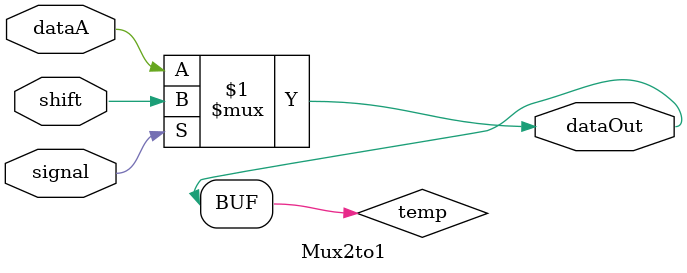
<source format=v>
`timescale 1ns/1ns
/**
Mux2to1 module implements a 2-to-1 multiplexer.

inputs :
    dataA : 1-bit input A
    shift : 1-bit input B
    signal : Control signal (1 bit)
outputs :
    dataOut : Output selected based on the control signal
*/
module Mux2to1( dataA, shift, signal, dataOut );
input dataA ;
input shift ;
input signal ;
output dataOut ;

wire temp ;

assign temp = signal ? shift : dataA ;

assign dataOut = temp ;
endmodule
</source>
